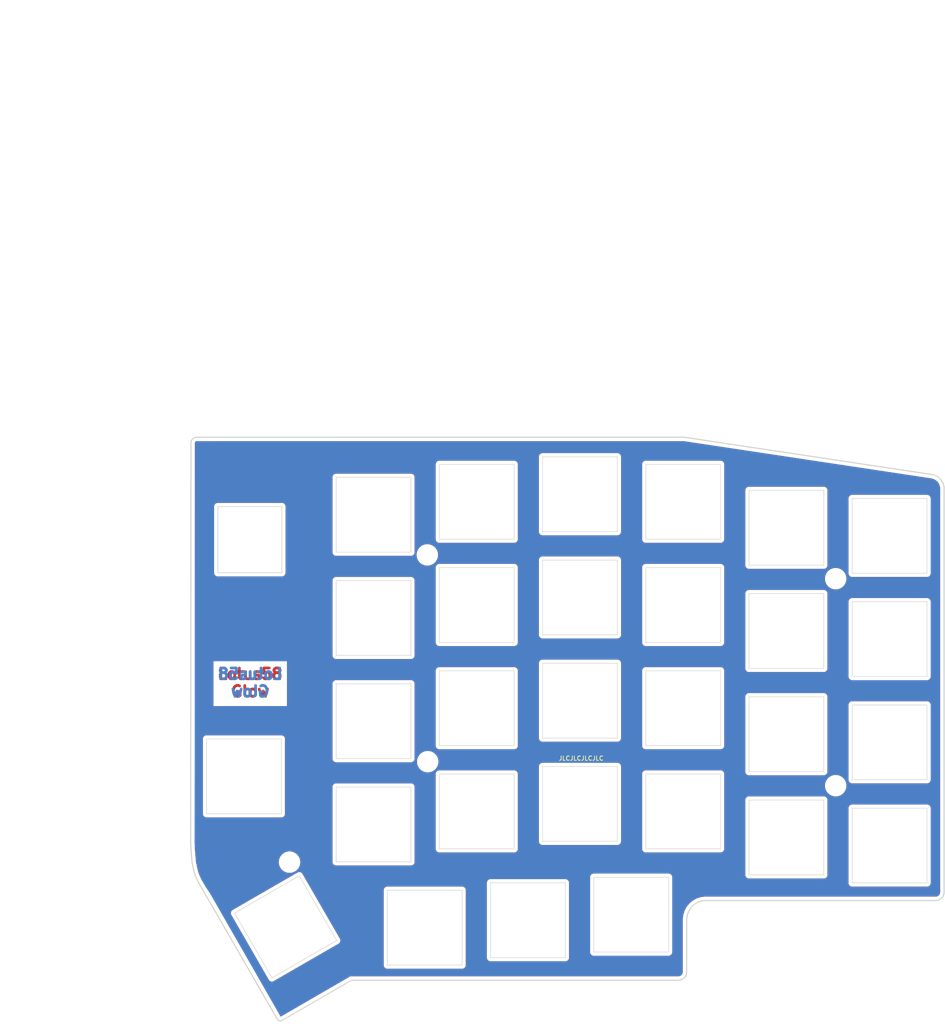
<source format=kicad_pcb>
(kicad_pcb (version 20221018) (generator pcbnew)
  (title_block (title "Lotus 58 Glow MX") (date "2020-12-12") (rev "0.95") (company "Markus Knutsson <markus.knutsson@tweety.se>") (comment 1 "https://github.com/TweetyDaBird") (comment 2 "Licensed under CERN-OHL-S v2 or any superseding version"))
  (layers (0 "F.Cu" signal) (31 "B.Cu" signal) (34 "B.Paste" user) (35 "F.Paste" user) (36 "B.SilkS" user "B.Silkscreen") (37 "F.SilkS" user "F.Silkscreen") (38 "B.Mask" user) (39 "F.Mask" user) (44 "Edge.Cuts" user))
  (net 0 "")
  (footprint "Keyboard Library:Cherry_MX_Plate_Hole_Placeholder" (layer "F.Cu") (at 133.45 47.6)
    (fp_text reference "SW2" hide)
    (fp_text value "SW_PUSH" hide)
    (fp_line (start -6.9 6.9) (end -6.9 -6.9) (stroke (width 0.1)) (layer "Edge.Cuts"))
    (fp_line (start 6.9 -6.9) (end -6.9 -6.9) (stroke (width 0.1)) (layer "Edge.Cuts"))
    (fp_line (start 6.9 6.9) (end -6.9 6.9) (stroke (width 0.1)) (layer "Edge.Cuts"))
    (fp_line (start 6.9 6.9) (end 6.9 -6.9) (stroke (width 0.1)) (layer "Edge.Cuts"))
  )
  (footprint "Keyboard Library:Cherry_MX_Plate_Hole_Placeholder" (layer "F.Cu") (at 152.5 46.21)
    (fp_text reference "SW3" hide)
    (fp_text value "SW_PUSH" hide)
    (fp_line (start -6.9 6.9) (end -6.9 -6.9) (stroke (width 0.1)) (layer "Edge.Cuts"))
    (fp_line (start 6.9 -6.9) (end -6.9 -6.9) (stroke (width 0.1)) (layer "Edge.Cuts"))
    (fp_line (start 6.9 6.9) (end -6.9 6.9) (stroke (width 0.1)) (layer "Edge.Cuts"))
    (fp_line (start 6.9 6.9) (end 6.9 -6.9) (stroke (width 0.1)) (layer "Edge.Cuts"))
  )
  (footprint "Keyboard Library:Cherry_MX_Plate_Hole_Placeholder" (layer "F.Cu") (at 171.55 47.6)
    (fp_text reference "SW4" hide)
    (fp_text value "SW_PUSH" hide)
    (fp_line (start -6.9 6.9) (end -6.9 -6.9) (stroke (width 0.1)) (layer "Edge.Cuts"))
    (fp_line (start 6.9 -6.9) (end -6.9 -6.9) (stroke (width 0.1)) (layer "Edge.Cuts"))
    (fp_line (start 6.9 6.9) (end -6.9 6.9) (stroke (width 0.1)) (layer "Edge.Cuts"))
    (fp_line (start 6.9 6.9) (end 6.9 -6.9) (stroke (width 0.1)) (layer "Edge.Cuts"))
  )
  (footprint "Keyboard Library:Cherry_MX_Plate_Hole_Placeholder" (layer "F.Cu") (at 209.65 53.9)
    (fp_text reference "SW6" hide)
    (fp_text value "SW_PUSH" hide)
    (fp_line (start -6.9 6.9) (end -6.9 -6.9) (stroke (width 0.1)) (layer "Edge.Cuts"))
    (fp_line (start 6.9 -6.9) (end -6.9 -6.9) (stroke (width 0.1)) (layer "Edge.Cuts"))
    (fp_line (start 6.9 6.9) (end -6.9 6.9) (stroke (width 0.1)) (layer "Edge.Cuts"))
    (fp_line (start 6.9 6.9) (end 6.9 -6.9) (stroke (width 0.1)) (layer "Edge.Cuts"))
  )
  (footprint "Keyboard Library:Cherry_MX_Plate_Hole_Placeholder" (layer "F.Cu") (at 114.4 69.05)
    (fp_text reference "SW7" hide)
    (fp_text value "SW_PUSH" hide)
    (fp_line (start -6.9 6.9) (end -6.9 -6.9) (stroke (width 0.1)) (layer "Edge.Cuts"))
    (fp_line (start 6.9 -6.9) (end -6.9 -6.9) (stroke (width 0.1)) (layer "Edge.Cuts"))
    (fp_line (start 6.9 6.9) (end -6.9 6.9) (stroke (width 0.1)) (layer "Edge.Cuts"))
    (fp_line (start 6.9 6.9) (end 6.9 -6.9) (stroke (width 0.1)) (layer "Edge.Cuts"))
  )
  (footprint "Keyboard Library:Cherry_MX_Plate_Hole_Placeholder" (layer "F.Cu") (at 152.5 65.26)
    (fp_text reference "SW9" hide)
    (fp_text value "SW_PUSH" hide)
    (fp_line (start -6.9 6.9) (end -6.9 -6.9) (stroke (width 0.1)) (layer "Edge.Cuts"))
    (fp_line (start 6.9 -6.9) (end -6.9 -6.9) (stroke (width 0.1)) (layer "Edge.Cuts"))
    (fp_line (start 6.9 6.9) (end -6.9 6.9) (stroke (width 0.1)) (layer "Edge.Cuts"))
    (fp_line (start 6.9 6.9) (end 6.9 -6.9) (stroke (width 0.1)) (layer "Edge.Cuts"))
  )
  (footprint "Keyboard Library:Cherry_MX_Plate_Hole_Placeholder" (layer "F.Cu") (at 171.55 66.65)
    (fp_text reference "SW10" hide)
    (fp_text value "SW_PUSH" hide)
    (fp_line (start -6.9 6.9) (end -6.9 -6.9) (stroke (width 0.1)) (layer "Edge.Cuts"))
    (fp_line (start 6.9 -6.9) (end -6.9 -6.9) (stroke (width 0.1)) (layer "Edge.Cuts"))
    (fp_line (start 6.9 6.9) (end -6.9 6.9) (stroke (width 0.1)) (layer "Edge.Cuts"))
    (fp_line (start 6.9 6.9) (end 6.9 -6.9) (stroke (width 0.1)) (layer "Edge.Cuts"))
  )
  (footprint "Keyboard Library:Cherry_MX_Plate_Hole_Placeholder" (layer "F.Cu") (at 190.6 71.45)
    (fp_text reference "SW11" hide)
    (fp_text value "SW_PUSH" hide)
    (fp_line (start -6.9 6.9) (end -6.9 -6.9) (stroke (width 0.1)) (layer "Edge.Cuts"))
    (fp_line (start 6.9 -6.9) (end -6.9 -6.9) (stroke (width 0.1)) (layer "Edge.Cuts"))
    (fp_line (start 6.9 6.9) (end -6.9 6.9) (stroke (width 0.1)) (layer "Edge.Cuts"))
    (fp_line (start 6.9 6.9) (end 6.9 -6.9) (stroke (width 0.1)) (layer "Edge.Cuts"))
  )
  (footprint "Keyboard Library:Cherry_MX_Plate_Hole_Placeholder" (layer "F.Cu") (at 209.65 72.95)
    (fp_text reference "SW12" hide)
    (fp_text value "SW_PUSH" hide)
    (fp_line (start -6.9 6.9) (end -6.9 -6.9) (stroke (width 0.1)) (layer "Edge.Cuts"))
    (fp_line (start 6.9 -6.9) (end -6.9 -6.9) (stroke (width 0.1)) (layer "Edge.Cuts"))
    (fp_line (start 6.9 6.9) (end -6.9 6.9) (stroke (width 0.1)) (layer "Edge.Cuts"))
    (fp_line (start 6.9 6.9) (end 6.9 -6.9) (stroke (width 0.1)) (layer "Edge.Cuts"))
  )
  (footprint "Keyboard Library:Cherry_MX_Plate_Hole_Placeholder" (layer "F.Cu") (at 114.4 88.1)
    (fp_text reference "SW13" hide)
    (fp_text value "SW_PUSH" hide)
    (fp_line (start -6.9 6.9) (end -6.9 -6.9) (stroke (width 0.1)) (layer "Edge.Cuts"))
    (fp_line (start 6.9 -6.9) (end -6.9 -6.9) (stroke (width 0.1)) (layer "Edge.Cuts"))
    (fp_line (start 6.9 6.9) (end -6.9 6.9) (stroke (width 0.1)) (layer "Edge.Cuts"))
    (fp_line (start 6.9 6.9) (end 6.9 -6.9) (stroke (width 0.1)) (layer "Edge.Cuts"))
  )
  (footprint "Keyboard Library:Cherry_MX_Plate_Hole_Placeholder" (layer "F.Cu") (at 133.45 85.7)
    (fp_text reference "SW14" hide)
    (fp_text value "SW_PUSH" hide)
    (fp_line (start -6.9 6.9) (end -6.9 -6.9) (stroke (width 0.1)) (layer "Edge.Cuts"))
    (fp_line (start 6.9 -6.9) (end -6.9 -6.9) (stroke (width 0.1)) (layer "Edge.Cuts"))
    (fp_line (start 6.9 6.9) (end -6.9 6.9) (stroke (width 0.1)) (layer "Edge.Cuts"))
    (fp_line (start 6.9 6.9) (end 6.9 -6.9) (stroke (width 0.1)) (layer "Edge.Cuts"))
  )
  (footprint "Keyboard Library:Cherry_MX_Plate_Hole_Placeholder" (layer "F.Cu") (at 152.5 84.31)
    (fp_text reference "SW15" hide)
    (fp_text value "SW_PUSH" hide)
    (fp_line (start -6.9 6.9) (end -6.9 -6.9) (stroke (width 0.1)) (layer "Edge.Cuts"))
    (fp_line (start 6.9 -6.9) (end -6.9 -6.9) (stroke (width 0.1)) (layer "Edge.Cuts"))
    (fp_line (start 6.9 6.9) (end -6.9 6.9) (stroke (width 0.1)) (layer "Edge.Cuts"))
    (fp_line (start 6.9 6.9) (end 6.9 -6.9) (stroke (width 0.1)) (layer "Edge.Cuts"))
  )
  (footprint "Keyboard Library:Cherry_MX_Plate_Hole_Placeholder" (layer "F.Cu") (at 190.6 90.5)
    (fp_text reference "SW17" hide)
    (fp_text value "SW_PUSH" hide)
    (fp_line (start -6.9 6.9) (end -6.9 -6.9) (stroke (width 0.1)) (layer "Edge.Cuts"))
    (fp_line (start 6.9 -6.9) (end -6.9 -6.9) (stroke (width 0.1)) (layer "Edge.Cuts"))
    (fp_line (start 6.9 6.9) (end -6.9 6.9) (stroke (width 0.1)) (layer "Edge.Cuts"))
    (fp_line (start 6.9 6.9) (end 6.9 -6.9) (stroke (width 0.1)) (layer "Edge.Cuts"))
  )
  (footprint "Keyboard Library:Cherry_MX_Plate_Hole_Placeholder" (layer "F.Cu") (at 209.65 92)
    (fp_text reference "SW18" hide)
    (fp_text value "SW_PUSH" hide)
    (fp_line (start -6.9 6.9) (end -6.9 -6.9) (stroke (width 0.1)) (layer "Edge.Cuts"))
    (fp_line (start 6.9 -6.9) (end -6.9 -6.9) (stroke (width 0.1)) (layer "Edge.Cuts"))
    (fp_line (start 6.9 6.9) (end -6.9 6.9) (stroke (width 0.1)) (layer "Edge.Cuts"))
    (fp_line (start 6.9 6.9) (end 6.9 -6.9) (stroke (width 0.1)) (layer "Edge.Cuts"))
  )
  (footprint "Keyboard Library:Cherry_MX_Plate_Hole_Placeholder" (layer "F.Cu") (at 114.4 107.15)
    (fp_text reference "SW19" hide)
    (fp_text value "SW_PUSH" hide)
    (fp_line (start -6.9 6.9) (end -6.9 -6.9) (stroke (width 0.1)) (layer "Edge.Cuts"))
    (fp_line (start 6.9 -6.9) (end -6.9 -6.9) (stroke (width 0.1)) (layer "Edge.Cuts"))
    (fp_line (start 6.9 6.9) (end -6.9 6.9) (stroke (width 0.1)) (layer "Edge.Cuts"))
    (fp_line (start 6.9 6.9) (end 6.9 -6.9) (stroke (width 0.1)) (layer "Edge.Cuts"))
  )
  (footprint "Keyboard Library:Cherry_MX_Plate_Hole_Placeholder" (layer "F.Cu") (at 133.45 104.75)
    (fp_text reference "SW20" hide)
    (fp_text value "SW_PUSH" hide)
    (fp_line (start -6.9 6.9) (end -6.9 -6.9) (stroke (width 0.1)) (layer "Edge.Cuts"))
    (fp_line (start 6.9 -6.9) (end -6.9 -6.9) (stroke (width 0.1)) (layer "Edge.Cuts"))
    (fp_line (start 6.9 6.9) (end -6.9 6.9) (stroke (width 0.1)) (layer "Edge.Cuts"))
    (fp_line (start 6.9 6.9) (end 6.9 -6.9) (stroke (width 0.1)) (layer "Edge.Cuts"))
  )
  (footprint "Keyboard Library:Cherry_MX_Plate_Hole_Placeholder" (layer "F.Cu") (at 152.5 103.36)
    (fp_text reference "SW21" hide)
    (fp_text value "SW_PUSH" hide)
    (fp_line (start -6.9 6.9) (end -6.9 -6.9) (stroke (width 0.1)) (layer "Edge.Cuts"))
    (fp_line (start 6.9 -6.9) (end -6.9 -6.9) (stroke (width 0.1)) (layer "Edge.Cuts"))
    (fp_line (start 6.9 6.9) (end -6.9 6.9) (stroke (width 0.1)) (layer "Edge.Cuts"))
    (fp_line (start 6.9 6.9) (end 6.9 -6.9) (stroke (width 0.1)) (layer "Edge.Cuts"))
  )
  (footprint "Keyboard Library:Cherry_MX_Plate_Hole_Placeholder" (layer "F.Cu") (at 171.55 104.75)
    (fp_text reference "SW22" hide)
    (fp_text value "SW_PUSH" hide)
    (fp_line (start -6.9 6.9) (end -6.9 -6.9) (stroke (width 0.1)) (layer "Edge.Cuts"))
    (fp_line (start 6.9 -6.9) (end -6.9 -6.9) (stroke (width 0.1)) (layer "Edge.Cuts"))
    (fp_line (start 6.9 6.9) (end -6.9 6.9) (stroke (width 0.1)) (layer "Edge.Cuts"))
    (fp_line (start 6.9 6.9) (end 6.9 -6.9) (stroke (width 0.1)) (layer "Edge.Cuts"))
  )
  (footprint "Keyboard Library:Cherry_MX_Plate_Hole_Placeholder" (layer "F.Cu") (at 190.6 109.55)
    (fp_text reference "SW23" hide)
    (fp_text value "SW_PUSH" hide)
    (fp_line (start -6.9 6.9) (end -6.9 -6.9) (stroke (width 0.1)) (layer "Edge.Cuts"))
    (fp_line (start 6.9 -6.9) (end -6.9 -6.9) (stroke (width 0.1)) (layer "Edge.Cuts"))
    (fp_line (start 6.9 6.9) (end -6.9 6.9) (stroke (width 0.1)) (layer "Edge.Cuts"))
    (fp_line (start 6.9 6.9) (end 6.9 -6.9) (stroke (width 0.1)) (layer "Edge.Cuts"))
  )
  (footprint "Keyboard Library:Cherry_MX_Plate_Hole_Placeholder" (layer "F.Cu") (at 123.85 126.2)
    (fp_text reference "SW27" hide)
    (fp_text value "SW_PUSH" hide)
    (fp_line (start -6.9 6.9) (end -6.9 -6.9) (stroke (width 0.1)) (layer "Edge.Cuts"))
    (fp_line (start 6.9 -6.9) (end -6.9 -6.9) (stroke (width 0.1)) (layer "Edge.Cuts"))
    (fp_line (start 6.9 6.9) (end -6.9 6.9) (stroke (width 0.1)) (layer "Edge.Cuts"))
    (fp_line (start 6.9 6.9) (end 6.9 -6.9) (stroke (width 0.1)) (layer "Edge.Cuts"))
  )
  (footprint "Keyboard Library:Cherry_MX_Plate_Hole_Placeholder" (layer "F.Cu") (at 142.8977 124.8283)
    (fp_text reference "SW28" hide)
    (fp_text value "SW_PUSH" hide)
    (fp_line (start -6.9 6.9) (end -6.9 -6.9) (stroke (width 0.1)) (layer "Edge.Cuts"))
    (fp_line (start 6.9 -6.9) (end -6.9 -6.9) (stroke (width 0.1)) (layer "Edge.Cuts"))
    (fp_line (start 6.9 6.9) (end -6.9 6.9) (stroke (width 0.1)) (layer "Edge.Cuts"))
    (fp_line (start 6.9 6.9) (end 6.9 -6.9) (stroke (width 0.1)) (layer "Edge.Cuts"))
  )
  (footprint "Keyboard Library:Cherry_MX_Plate_Hole_Placeholder" (layer "F.Cu") (at 161.95 123.8)
    (fp_text reference "SW29" hide)
    (fp_text value "SW_PUSH" hide)
    (fp_line (start -6.9 6.9) (end -6.9 -6.9) (stroke (width 0.1)) (layer "Edge.Cuts"))
    (fp_line (start 6.9 -6.9) (end -6.9 -6.9) (stroke (width 0.1)) (layer "Edge.Cuts"))
    (fp_line (start 6.9 6.9) (end -6.9 6.9) (stroke (width 0.1)) (layer "Edge.Cuts"))
    (fp_line (start 6.9 6.9) (end 6.9 -6.9) (stroke (width 0.1)) (layer "Edge.Cuts"))
  )
  (footprint "Keyboard Library:Cherry_MX_Plate_Hole_Placeholder" (layer "F.Cu") (at 114.4 50)
    (fp_text reference "SW1" hide)
    (fp_text value "SW_PUSH" hide)
    (fp_line (start -6.9 6.9) (end -6.9 -6.9) (stroke (width 0.1)) (layer "Edge.Cuts"))
    (fp_line (start 6.9 -6.9) (end -6.9 -6.9) (stroke (width 0.1)) (layer "Edge.Cuts"))
    (fp_line (start 6.9 6.9) (end -6.9 6.9) (stroke (width 0.1)) (layer "Edge.Cuts"))
    (fp_line (start 6.9 6.9) (end 6.9 -6.9) (stroke (width 0.1)) (layer "Edge.Cuts"))
  )
  (footprint "Keyboard Library:Cherry_MX_Plate_Hole_Placeholder" (layer "F.Cu") (at 90.4748 98.2853)
    (fp_text reference "SW25" hide)
    (fp_text value "SW_PUSH" hide)
    (fp_line (start -6.9 6.9) (end -6.9 -6.9) (stroke (width 0.1)) (layer "Edge.Cuts"))
    (fp_line (start 6.9 -6.9) (end -6.9 -6.9) (stroke (width 0.1)) (layer "Edge.Cuts"))
    (fp_line (start 6.9 6.9) (end -6.9 6.9) (stroke (width 0.1)) (layer "Edge.Cuts"))
    (fp_line (start 6.9 6.9) (end 6.9 -6.9) (stroke (width 0.1)) (layer "Edge.Cuts"))
  )
  (footprint "Keyboard Library:Cherry_MX_Plate_Hole_Placeholder" (layer "F.Cu") (at 209.65 111.05)
    (fp_text reference "SW24" hide)
    (fp_text value "SW_PUSH" hide)
    (fp_line (start -6.9 6.9) (end -6.9 -6.9) (stroke (width 0.1)) (layer "Edge.Cuts"))
    (fp_line (start 6.9 -6.9) (end -6.9 -6.9) (stroke (width 0.1)) (layer "Edge.Cuts"))
    (fp_line (start 6.9 6.9) (end -6.9 6.9) (stroke (width 0.1)) (layer "Edge.Cuts"))
    (fp_line (start 6.9 6.9) (end 6.9 -6.9) (stroke (width 0.1)) (layer "Edge.Cuts"))
  )
  (footprint "Keyboard Library:Cherry_MX_Plate_Hole_Placeholder" (layer "F.Cu") (at 98.171 126.0475 -60)
    (fp_text reference "SW26" hide)
    (fp_text value "SW_PUSH" hide)
    (fp_line (start -6.9 6.9) (end -6.9 -6.9) (stroke (width 0.1)) (layer "Edge.Cuts"))
    (fp_line (start 6.9 -6.9) (end -6.9 -6.9) (stroke (width 0.1)) (layer "Edge.Cuts"))
    (fp_line (start 6.9 6.9) (end -6.9 6.9) (stroke (width 0.1)) (layer "Edge.Cuts"))
    (fp_line (start 6.9 6.9) (end 6.9 -6.9) (stroke (width 0.1)) (layer "Edge.Cuts"))
  )
  (footprint "Keyboard Library:Cherry_MX_Plate_Hole_Placeholder" (layer "F.Cu") (at 171.55 85.7)
    (fp_text reference "SW16" hide)
    (fp_text value "SW_PUSH" hide)
    (fp_line (start -6.9 6.9) (end -6.9 -6.9) (stroke (width 0.1)) (layer "Edge.Cuts"))
    (fp_line (start 6.9 -6.9) (end -6.9 -6.9) (stroke (width 0.1)) (layer "Edge.Cuts"))
    (fp_line (start 6.9 6.9) (end -6.9 6.9) (stroke (width 0.1)) (layer "Edge.Cuts"))
    (fp_line (start 6.9 6.9) (end 6.9 -6.9) (stroke (width 0.1)) (layer "Edge.Cuts"))
  )
  (footprint "Keyboard Library:RotaryEncoder_PlateHole_Placeholder" (layer "F.Cu") (at 91.567 54.594 -90)
    (fp_text reference "SW30")
    (fp_text value "Rotary_Encoder_Switch")
    (fp_line (start -6.1 -5.9) (end -6.1 5.9) (stroke (width 0.12)) (layer "Edge.Cuts"))
    (fp_line (start 6.1 -5.9) (end -6.1 -5.9) (stroke (width 0.12)) (layer "Edge.Cuts"))
    (fp_line (start 6.1 -5.9) (end 6.1 5.9) (stroke (width 0.12)) (layer "Edge.Cuts"))
    (fp_line (start 6.1 5.9) (end -6.1 5.9) (stroke (width 0.12)) (layer "Edge.Cuts"))
  )
  (footprint "Keyboard Library:Cherry_MX_Plate_Hole_Placeholder" (layer "F.Cu") (at 190.6 52.4)
    (fp_text reference "SW5" hide)
    (fp_text value "SW_PUSH" hide)
    (fp_line (start -6.9 6.9) (end -6.9 -6.9) (stroke (width 0.1)) (layer "Edge.Cuts"))
    (fp_line (start 6.9 -6.9) (end -6.9 -6.9) (stroke (width 0.1)) (layer "Edge.Cuts"))
    (fp_line (start 6.9 6.9) (end -6.9 6.9) (stroke (width 0.1)) (layer "Edge.Cuts"))
    (fp_line (start 6.9 6.9) (end 6.9 -6.9) (stroke (width 0.1)) (layer "Edge.Cuts"))
  )
  (footprint "Keyboard Library:Cherry_MX_Plate_Hole_Placeholder" (layer "F.Cu") (at 133.45 66.65)
    (fp_text reference "SW8" hide)
    (fp_text value "SW_PUSH" hide)
    (fp_line (start -6.9 6.9) (end -6.9 -6.9) (stroke (width 0.1)) (layer "Edge.Cuts"))
    (fp_line (start 6.9 -6.9) (end -6.9 -6.9) (stroke (width 0.1)) (layer "Edge.Cuts"))
    (fp_line (start 6.9 6.9) (end -6.9 6.9) (stroke (width 0.1)) (layer "Edge.Cuts"))
    (fp_line (start 6.9 6.9) (end 6.9 -6.9) (stroke (width 0.1)) (layer "Edge.Cuts"))
  )
  (footprint "MountingHole:MountingHole_2.7mm_M2.5" (layer "F.Cu") (at 124.32538 57.40908)
    (fp_text reference "REF**" hide)
    (fp_text value "MountingHole_2.7mm_M2.5")
    (pad "" np_thru_hole circle (at 0 0) (size 2.7 2.7) (drill 2.7) (layers "*.Cu" "*.Mask"))
  )
  (footprint "MountingHole:MountingHole_2.7mm_M2.5" (layer "F.Cu") (at 199.7 100)
    (fp_text reference "REF**" hide)
    (fp_text value "MountingHole_2.7mm_M2.5")
    (pad "" np_thru_hole circle (at 0 0) (size 2.7 2.7) (drill 2.7) (layers "*.Cu" "*.Mask"))
  )
  (footprint "MountingHole:MountingHole_2.7mm_M2.5" (layer "F.Cu") (at 98.8949 114.1095)
    (fp_text reference "REF**" hide)
    (fp_text value "MountingHole_2.7mm_M2.5")
    (pad "" np_thru_hole circle (at 0 0) (size 2.7 2.7) (drill 2.7) (layers "*.Cu" "*.Mask"))
  )
  (footprint "MountingHole:MountingHole_2.7mm_M2.5" (layer "F.Cu") (at 124.3965 95.5675)
    (fp_text reference "REF**" hide)
    (fp_text value "MountingHole_2.7mm_M2.5")
    (pad "" np_thru_hole circle (at 0 0) (size 2.7 2.7) (drill 2.7) (layers "*.Cu" "*.Mask"))
  )
  (footprint "MountingHole:MountingHole_2.7mm_M2.5" (layer "F.Cu") (at 199.7 61.8)
    (fp_text reference "REF**" hide)
    (fp_text value "MountingHole_2.7mm_M2.5")
    (pad "" np_thru_hole circle (at 0 0) (size 2.7 2.7) (drill 2.7) (layers "*.Cu" "*.Mask"))
  )
  (gr_line (start 81.4197 116.3955) (end 81.9785 117.6655) (stroke (width 0.2)) (layer "Edge.Cuts"))
  (gr_line (start 219.50172 44.1452) (end 219.70492 44.8564) (stroke (width 0.2)) (layer "Edge.Cuts"))
  (gr_line (start 219.258732 120.757048) (end 219.03678 120.940136) (stroke (width 0.2)) (layer "Edge.Cuts"))
  (gr_line (start 219.03678 120.940136) (end 218.781972 121.078352) (stroke (width 0.2)) (layer "Edge.Cuts"))
  (gr_line (start 219.667372 119.998631) (end 219.580037 120.280287) (stroke (width 0.2)) (layer "Edge.Cuts"))
  (gr_line (start 219.580037 120.280287) (end 219.441821 120.535096) (stroke (width 0.2)) (layer "Edge.Cuts"))
  (gr_line (start 219.70492 119.6848) (end 219.667372 119.998631) (stroke (width 0.2)) (layer "Edge.Cuts"))
  (gr_line (start 219.441821 120.535096) (end 219.258732 120.757048) (stroke (width 0.2)) (layer "Edge.Cuts"))
  (gr_line (start 218.781972 121.078352) (end 218.500315 121.165688) (stroke (width 0.2)) (layer "Edge.Cuts"))
  (gr_line (start 218.500315 121.165688) (end 218.18092 121.19356) (stroke (width 0.2)) (layer "Edge.Cuts"))
  (gr_line (start 172.075297 134.989392) (end 171.937081 135.244201) (stroke (width 0.2)) (layer "Edge.Cuts"))
  (gr_line (start 80.7003 36.7444) (end 80.722283 36.528775) (stroke (width 0.2)) (layer "Edge.Cuts"))
  (gr_line (start 80.722283 36.528775) (end 80.783417 36.331615) (stroke (width 0.2)) (layer "Edge.Cuts"))
  (gr_line (start 81.342063 35.77297) (end 81.539222 35.711835) (stroke (width 0.2)) (layer "Edge.Cuts"))
  (gr_line (start 81.539222 35.711835) (end 81.7544 35.6903) (stroke (width 0.2)) (layer "Edge.Cuts"))
  (gr_line (start 80.880169 36.153249) (end 81.00833 35.997883) (stroke (width 0.2)) (layer "Edge.Cuts"))
  (gr_line (start 80.783417 36.331615) (end 80.880169 36.153249) (stroke (width 0.2)) (layer "Edge.Cuts"))
  (gr_line (start 81.00833 35.997883) (end 81.163697 35.869721) (stroke (width 0.2)) (layer "Edge.Cuts"))
  (gr_line (start 81.163697 35.869721) (end 81.342063 35.77297) (stroke (width 0.2)) (layer "Edge.Cuts"))
  (gr_line (start 80.772 112.649) (end 80.899 114.1095) (stroke (width 0.2)) (layer "Edge.Cuts"))
  (gr_line (start 80.7085 111.8235) (end 80.772 112.649) (stroke (width 0.2)) (layer "Edge.Cuts"))
  (gr_line (start 171.704 35.687) (end 81.7544 35.6903) (stroke (width 0.2)) (layer "Edge.Cuts"))
  (gr_line (start 172.816678 122.73602) (end 173.243884 122.218131) (stroke (width 0.2)) (layer "Edge.Cuts"))
  (gr_line (start 172.19308 134.427634) (end 172.162633 134.707736) (stroke (width 0.2)) (layer "Edge.Cuts"))
  (gr_line (start 96.735295 143.222884) (end 96.852328 143.322532) (stroke (width 0.2)) (layer "Edge.Cuts"))
  (gr_line (start 96.852328 143.322532) (end 96.98047 143.386445) (stroke (width 0.2)) (layer "Edge.Cuts"))
  (gr_line (start 172.162633 134.707736) (end 172.075297 134.989392) (stroke (width 0.2)) (layer "Edge.Cuts"))
  (gr_line (start 110.31982 135.90524) (end 170.69308 135.90524) (stroke (width 0.2)) (layer "Edge.Cuts"))
  (gr_line (start 172.290391 123.987771) (end 172.494174 123.330573) (stroke (width 0.2)) (layer "Edge.Cuts"))
  (gr_line (start 219.13342 43.5102) (end 219.50172 44.1452) (stroke (width 0.2)) (layer "Edge.Cuts"))
  (gr_line (start 97.268206 143.404468) (end 97.426864 143.357278) (stroke (width 0.2)) (layer "Edge.Cuts"))
  (gr_line (start 170.995576 135.874793) (end 170.69308 135.90524) (stroke (width 0.2)) (layer "Edge.Cuts"))
  (gr_line (start 219.13342 43.5102) (end 218.511891 42.96639) (stroke (width 0.2)) (layer "Edge.Cuts"))
  (gr_line (start 172.494174 123.330573) (end 172.816678 122.73602) (stroke (width 0.2)) (layer "Edge.Cuts"))
  (gr_line (start 171.277232 135.787458) (end 170.995576 135.874793) (stroke (width 0.2)) (layer "Edge.Cuts"))
  (gr_line (start 173.243884 122.218131) (end 173.761773 121.790925) (stroke (width 0.2)) (layer "Edge.Cuts"))
  (gr_line (start 97.119252 143.413974) (end 97.268206 143.404468) (stroke (width 0.2)) (layer "Edge.Cuts"))
  (gr_line (start 175.719348 121.193595) (end 218.18092 121.19356) (stroke (width 0.2)) (layer "Edge.Cuts"))
  (gr_line (start 171.937081 135.244201) (end 171.753993 135.466153) (stroke (width 0.2)) (layer "Edge.Cuts"))
  (gr_line (start 96.98047 143.386445) (end 97.119252 143.413974) (stroke (width 0.2)) (layer "Edge.Cuts"))
  (gr_line (start 96.629837 143.08815) (end 96.735295 143.222884) (stroke (width 0.2)) (layer "Edge.Cuts"))
  (gr_line (start 81.153 115.3795) (end 81.4197 116.3955) (stroke (width 0.2)) (layer "Edge.Cuts"))
  (gr_line (start 174.356326 121.468421) (end 175.013524 121.264638) (stroke (width 0.2)) (layer "Edge.Cuts"))
  (gr_line (start 80.645 110.617) (end 80.7003 36.7444) (stroke (width 0.2)) (layer "Edge.Cuts"))
  (gr_line (start 217.79552 42.621355) (end 171.704 35.687) (stroke (width 0.2)) (layer "Edge.Cuts"))
  (gr_line (start 81.9785 117.6655) (end 96.629837 143.08815) (stroke (width 0.2)) (layer "Edge.Cuts"))
  (gr_line (start 175.013524 121.264638) (end 175.719348 121.193595) (stroke (width 0.2)) (layer "Edge.Cuts"))
  (gr_line (start 172.19422 124.69622) (end 172.19308 134.427634) (stroke (width 0.2)) (layer "Edge.Cuts"))
  (gr_line (start 80.899 114.1095) (end 81.153 115.3795) (stroke (width 0.2)) (layer "Edge.Cuts"))
  (gr_line (start 80.645 110.617) (end 80.7085 111.8235) (stroke (width 0.2)) (layer "Edge.Cuts"))
  (gr_line (start 172.19422 124.69622) (end 172.290391 123.987771) (stroke (width 0.2)) (layer "Edge.Cuts"))
  (gr_line (start 171.753993 135.466153) (end 171.53204 135.649242) (stroke (width 0.2)) (layer "Edge.Cuts"))
  (gr_line (start 218.511891 42.96639) (end 217.79552 42.621355) (stroke (width 0.2)) (layer "Edge.Cuts"))
  (gr_line (start 219.70492 44.8564) (end 219.70492 119.6848) (stroke (width 0.2)) (layer "Edge.Cuts"))
  (gr_line (start 171.53204 135.649242) (end 171.277232 135.787458) (stroke (width 0.2)) (layer "Edge.Cuts"))
  (gr_line (start 97.426864 143.357278) (end 97.594758 143.271756) (stroke (width 0.2)) (layer "Edge.Cuts"))
  (gr_line (start 97.594758 143.271756) (end 110.31982 135.90524) (stroke (width 0.2)) (layer "Edge.Cuts"))
  (gr_line (start 173.761773 121.790925) (end 174.356326 121.468421) (stroke (width 0.2)) (layer "Edge.Cuts"))
  (gr_text "Lotus58\nGlow" (at 91.63 80.99) (layer "F.Cu") (effects (font (size 2 2) (thickness 0.5))))
  (gr_text "Lotus58\nGlow" (at 91.63 80.99) (layer "B.Cu") (effects (font (size 2 2) (thickness 0.5)) (justify mirror)))
  (gr_text "JLCJLCJLCJLC" (at 152.72 94.95) (layer "F.SilkS") (effects (font (size 0.8 0.8))))
  (zone (net 0) (net_name "") (layer "F.Cu") (connect_pads (clearance 0.508)) (min_thickness 0.254) (fill yes (thermal_gap 0.508) (thermal_bridge_width 0.508))
    (polygon (pts (xy 72.7649 34.81825) (xy 219.6399 35.48895) (xy 219.9 121) (xy 173.9 121) (xy 173.9 136) (xy 111.9 136) (xy 97.9 144) (xy 84.201 119.888) (xy 73.025 102.3293)))
  )
  (zone (net 0) (net_name "") (layer "B.Cu") (connect_pads (clearance 0.508)) (min_thickness 0.254) (fill yes (thermal_gap 0.508) (thermal_bridge_width 0.508))
    (polygon (pts (xy 72.54265 35.2056) (xy 219.76055 35.1016) (xy 219.9 121) (xy 173.9 121) (xy 173.9 136) (xy 111.9 136) (xy 97.9 144) (xy 84.074 119.888) (xy 72.6821 103.104)))
  )
)
</source>
